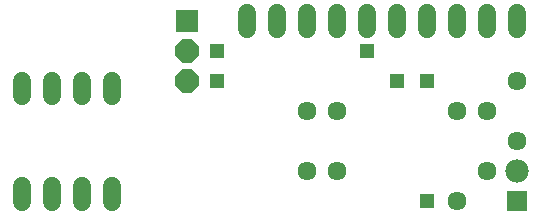
<source format=gts>
G75*
%MOIN*%
%OFA0B0*%
%FSLAX25Y25*%
%IPPOS*%
%LPD*%
%AMOC8*
5,1,8,0,0,1.08239X$1,22.5*
%
%ADD10C,0.06343*%
%ADD11C,0.07800*%
%ADD12R,0.07100X0.07100*%
%ADD13C,0.05950*%
%ADD14OC8,0.07800*%
%ADD15R,0.07800X0.07800*%
%ADD16C,0.06000*%
%ADD17R,0.04762X0.04762*%
D10*
X0108667Y0024299D03*
X0118667Y0024299D03*
X0158667Y0014299D03*
X0168667Y0024299D03*
X0178667Y0034299D03*
X0168667Y0044299D03*
X0158667Y0044299D03*
X0178667Y0054299D03*
X0118667Y0044299D03*
X0108667Y0044299D03*
D11*
X0178667Y0024299D03*
D12*
X0178667Y0014299D03*
D13*
X0178667Y0071724D02*
X0178667Y0076874D01*
X0168667Y0076874D02*
X0168667Y0071724D01*
X0158667Y0071724D02*
X0158667Y0076874D01*
X0148667Y0076874D02*
X0148667Y0071724D01*
X0138667Y0071724D02*
X0138667Y0076874D01*
X0128667Y0076874D02*
X0128667Y0071724D01*
X0118667Y0071724D02*
X0118667Y0076874D01*
X0108667Y0076874D02*
X0108667Y0071724D01*
X0098667Y0071724D02*
X0098667Y0076874D01*
X0088667Y0076874D02*
X0088667Y0071724D01*
D14*
X0068667Y0064299D03*
X0068667Y0054299D03*
D15*
X0068667Y0074299D03*
D16*
X0013667Y0019299D02*
X0013667Y0014099D01*
X0023667Y0014099D02*
X0023667Y0019299D01*
X0033667Y0019299D02*
X0033667Y0014099D01*
X0043667Y0014099D02*
X0043667Y0019299D01*
X0043667Y0049299D02*
X0043667Y0054499D01*
X0033667Y0054499D02*
X0033667Y0049299D01*
X0023667Y0049299D02*
X0023667Y0054499D01*
X0013667Y0054499D02*
X0013667Y0049299D01*
D17*
X0078667Y0054299D03*
X0078667Y0064299D03*
X0128667Y0064299D03*
X0138667Y0054299D03*
X0148667Y0054299D03*
X0148667Y0014299D03*
M02*

</source>
